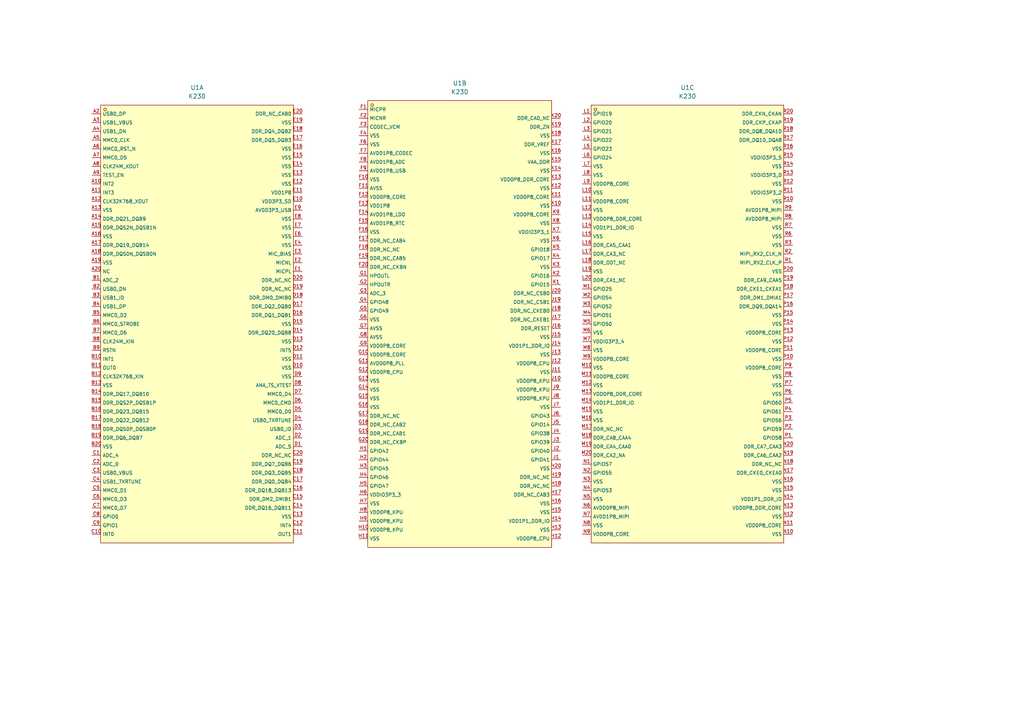
<source format=kicad_sch>
(kicad_sch (version 20250114) (generator "eeschema") (generator_version "9.0")
  (paper "A4")
  (lib_symbols
    (symbol "LCSC:K230"
      (property "Reference" "U" (at 0 1.27 0))
      (property "Value" "K230" (at 0 -2.54 0))
      (symbol "K230_1_1"
        (rectangle (start -27.9401 63.5001) (end 27.9401 -63.5001) (fill (type background)))
        (circle (center -26.6701 62.2301) (radius 0.381) (fill (type background)))
        (pin unspecified line (at -30.48 60.96 0) (length 2.54) (name "USB0_DP") (number "A2"))
        (pin unspecified line (at -30.48 58.42 0) (length 2.54) (name "USB1_VBUS") (number "A3"))
        (pin unspecified line (at -30.48 55.88 0) (length 2.54) (name "USB1_DN") (number "A4"))
        (pin unspecified line (at -30.48 53.34 0) (length 2.54) (name "MMC0_CLK") (number "A5"))
        (pin unspecified line (at -30.48 50.8 0) (length 2.54) (name "MMC0_RST_N") (number "A6"))
        (pin unspecified line (at -30.48 48.26 0) (length 2.54) (name "MMC0_D5") (number "A7"))
        (pin unspecified line (at -30.48 45.72 0) (length 2.54) (name "CLK24M_XOUT") (number "A8"))
        (pin unspecified line (at -30.48 43.18 0) (length 2.54) (name "TEST_EN") (number "A9"))
        (pin unspecified line (at -30.48 40.64 0) (length 2.54) (name "INT2") (number "A10"))
        (pin unspecified line (at -30.48 38.1 0) (length 2.54) (name "INT3") (number "A11"))
        (pin unspecified line (at -30.48 35.56 0) (length 2.54) (name "CLK32K768_XOUT") (number "A12"))
        (pin unspecified line (at -30.48 33.02 0) (length 2.54) (name "VSS") (number "A13"))
        (pin unspecified line (at -30.48 30.48 0) (length 2.54) (name "DDR_DQ21_DQB9") (number "A14"))
        (pin unspecified line (at -30.48 27.94 0) (length 2.54) (name "DDR_DQS2N_DQSB1N") (number "A15"))
        (pin unspecified line (at -30.48 25.4 0) (length 2.54) (name "VSS") (number "A16"))
        (pin unspecified line (at -30.48 22.86 0) (length 2.54) (name "DDR_DQ19_DQB14") (number "A17"))
        (pin unspecified line (at -30.48 20.32 0) (length 2.54) (name "DDR_DQS0N_DQSB0N") (number "A18"))
        (pin unspecified line (at -30.48 17.78 0) (length 2.54) (name "VSS") (number "A19"))
        (pin unspecified line (at -30.48 15.24 0) (length 2.54) (name "NC") (number "A20"))
        (pin unspecified line (at -30.48 12.7 0) (length 2.54) (name "ADC_2") (number "B1"))
        (pin unspecified line (at -30.48 10.16 0) (length 2.54) (name "USB0_DN") (number "B2"))
        (pin unspecified line (at -30.48 7.62 0) (length 2.54) (name "USB1_ID") (number "B3"))
        (pin unspecified line (at -30.48 5.08 0) (length 2.54) (name "USB1_DP") (number "B4"))
        (pin unspecified line (at -30.48 2.54 0) (length 2.54) (name "MMC0_D2") (number "B5"))
        (pin unspecified line (at -30.48 0 0) (length 2.54) (name "MMC0_STROBE") (number "B6"))
        (pin unspecified line (at -30.48 -2.54 0) (length 2.54) (name "MMC0_D6") (number "B7"))
        (pin unspecified line (at -30.48 -5.08 0) (length 2.54) (name "CLK24M_XIN") (number "B8"))
        (pin unspecified line (at -30.48 -7.62 0) (length 2.54) (name "RSTN") (number "B9"))
        (pin unspecified line (at -30.48 -10.16 0) (length 2.54) (name "INT1") (number "B10"))
        (pin unspecified line (at -30.48 -12.7 0) (length 2.54) (name "OUT0") (number "B11"))
        (pin unspecified line (at -30.48 -15.24 0) (length 2.54) (name "CLK32K768_XIN") (number "B12"))
        (pin unspecified line (at -30.48 -17.78 0) (length 2.54) (name "VSS") (number "B13"))
        (pin unspecified line (at -30.48 -20.32 0) (length 2.54) (name "DDR_DQ17_DQB10") (number "B14"))
        (pin unspecified line (at -30.48 -22.86 0) (length 2.54) (name "DDR_DQS2P_DQSB1P") (number "B15"))
        (pin unspecified line (at -30.48 -25.4 0) (length 2.54) (name "DDR_DQ23_DQB15") (number "B16"))
        (pin unspecified line (at -30.48 -27.94 0) (length 2.54) (name "DDR_DQ22_DQB12") (number "B17"))
        (pin unspecified line (at -30.48 -30.48 0) (length 2.54) (name "DDR_DQS0P_DQSB0P") (number "B18"))
        (pin unspecified line (at -30.48 -33.02 0) (length 2.54) (name "DDR_DQ6_DQB7") (number "B19"))
        (pin unspecified line (at -30.48 -35.56 0) (length 2.54) (name "VSS") (number "B20"))
        (pin unspecified line (at -30.48 -38.1 0) (length 2.54) (name "ADC_4") (number "C1"))
        (pin unspecified line (at -30.48 -40.64 0) (length 2.54) (name "ADC_0") (number "C2"))
        (pin unspecified line (at -30.48 -43.18 0) (length 2.54) (name "USB0_VBUS") (number "C3"))
        (pin unspecified line (at -30.48 -45.72 0) (length 2.54) (name "USB1_TXRTUNE") (number "C4"))
        (pin unspecified line (at -30.48 -48.26 0) (length 2.54) (name "MMC0_D1") (number "C5"))
        (pin unspecified line (at -30.48 -50.8 0) (length 2.54) (name "MMC0_D3") (number "C6"))
        (pin unspecified line (at -30.48 -53.34 0) (length 2.54) (name "MMC0_D7") (number "C7"))
        (pin unspecified line (at -30.48 -55.88 0) (length 2.54) (name "GPIO0") (number "C8"))
        (pin unspecified line (at -30.48 -58.42 0) (length 2.54) (name "GPIO1") (number "C9"))
        (pin unspecified line (at -30.48 -60.96 0) (length 2.54) (name "INT0") (number "C10"))
        (pin unspecified line (at 30.48 60.96 180) (length 2.54) (name "DDR_NC_CAB0") (number "E20"))
        (pin unspecified line (at 30.48 58.42 180) (length 2.54) (name "VSS") (number "E19"))
        (pin unspecified line (at 30.48 55.88 180) (length 2.54) (name "DDR_DQ4_DQB2") (number "E18"))
        (pin unspecified line (at 30.48 53.34 180) (length 2.54) (name "DDR_DQ5_DQB3") (number "E17"))
        (pin unspecified line (at 30.48 50.8 180) (length 2.54) (name "VSS") (number "E16"))
        (pin unspecified line (at 30.48 48.26 180) (length 2.54) (name "VSS") (number "E15"))
        (pin unspecified line (at 30.48 45.72 180) (length 2.54) (name "VSS") (number "E14"))
        (pin unspecified line (at 30.48 43.18 180) (length 2.54) (name "VSS") (number "E13"))
        (pin unspecified line (at 30.48 40.64 180) (length 2.54) (name "VSS") (number "E12"))
        (pin unspecified line (at 30.48 38.1 180) (length 2.54) (name "VDD1P8") (number "E11"))
        (pin unspecified line (at 30.48 35.56 180) (length 2.54) (name "VDD3P3_SD") (number "E10"))
        (pin unspecified line (at 30.48 33.02 180) (length 2.54) (name "AVDD3P3_USB") (number "E9"))
        (pin unspecified line (at 30.48 30.48 180) (length 2.54) (name "VSS") (number "E8"))
        (pin unspecified line (at 30.48 27.94 180) (length 2.54) (name "VSS") (number "E7"))
        (pin unspecified line (at 30.48 25.4 180) (length 2.54) (name "VSS") (number "E6"))
        (pin unspecified line (at 30.48 22.86 180) (length 2.54) (name "VSS") (number "E4"))
        (pin unspecified line (at 30.48 20.32 180) (length 2.54) (name "MIC_BIAS") (number "E3"))
        (pin unspecified line (at 30.48 17.78 180) (length 2.54) (name "MICNL") (number "E2"))
        (pin unspecified line (at 30.48 15.24 180) (length 2.54) (name "MICPL") (number "E1"))
        (pin unspecified line (at 30.48 12.7 180) (length 2.54) (name "DDR_NC_NC") (number "D20"))
        (pin unspecified line (at 30.48 10.16 180) (length 2.54) (name "DDR_NC_NC") (number "D19"))
        (pin unspecified line (at 30.48 7.62 180) (length 2.54) (name "DDR_DM0_DMIB0") (number "D18"))
        (pin unspecified line (at 30.48 5.08 180) (length 2.54) (name "DDR_DQ2_DQB0") (number "D17"))
        (pin unspecified line (at 30.48 2.54 180) (length 2.54) (name "DDR_DQ1_DQB1") (number "D16"))
        (pin unspecified line (at 30.48 0 180) (length 2.54) (name "VSS") (number "D15"))
        (pin unspecified line (at 30.48 -2.54 180) (length 2.54) (name "DDR_DQ20_DQB8") (number "D14"))
        (pin unspecified line (at 30.48 -5.08 180) (length 2.54) (name "VSS") (number "D13"))
        (pin unspecified line (at 30.48 -7.62 180) (length 2.54) (name "INT5") (number "D12"))
        (pin unspecified line (at 30.48 -10.16 180) (length 2.54) (name "VSS") (number "D11"))
        (pin unspecified line (at 30.48 -12.7 180) (length 2.54) (name "VSS") (number "D10"))
        (pin unspecified line (at 30.48 -15.24 180) (length 2.54) (name "VSS") (number "D9"))
        (pin unspecified line (at 30.48 -17.78 180) (length 2.54) (name "ANA_TS_VTEST") (number "D8"))
        (pin unspecified line (at 30.48 -20.32 180) (length 2.54) (name "MMC0_D4") (number "D7"))
        (pin unspecified line (at 30.48 -22.86 180) (length 2.54) (name "MMC0_CMD") (number "D6"))
        (pin unspecified line (at 30.48 -25.4 180) (length 2.54) (name "MMC0_D0") (number "D5"))
        (pin unspecified line (at 30.48 -27.94 180) (length 2.54) (name "USB0_TXRTUNE") (number "D4"))
        (pin unspecified line (at 30.48 -30.48 180) (length 2.54) (name "USB0_ID") (number "D3"))
        (pin unspecified line (at 30.48 -33.02 180) (length 2.54) (name "ADC_1") (number "D2"))
        (pin unspecified line (at 30.48 -35.56 180) (length 2.54) (name "ADC_5") (number "D1"))
        (pin unspecified line (at 30.48 -38.1 180) (length 2.54) (name "DDR_NC_NC") (number "C20"))
        (pin unspecified line (at 30.48 -40.64 180) (length 2.54) (name "DDR_DQ7_DQB6") (number "C19"))
        (pin unspecified line (at 30.48 -43.18 180) (length 2.54) (name "DDR_DQ3_DQB5") (number "C18"))
        (pin unspecified line (at 30.48 -45.72 180) (length 2.54) (name "DDR_DQ0_DQB4") (number "C17"))
        (pin unspecified line (at 30.48 -48.26 180) (length 2.54) (name "DDR_DQ18_DQB13") (number "C16"))
        (pin unspecified line (at 30.48 -50.8 180) (length 2.54) (name "DDR_DM2_DMIB1") (number "C15"))
        (pin unspecified line (at 30.48 -53.34 180) (length 2.54) (name "DDR_DQ16_DQB11") (number "C14"))
        (pin unspecified line (at 30.48 -55.88 180) (length 2.54) (name "VSS") (number "C13"))
        (pin unspecified line (at 30.48 -58.42 180) (length 2.54) (name "INT4") (number "C12"))
        (pin unspecified line (at 30.48 -60.96 180) (length 2.54) (name "OUT1") (number "C11"))
      )
      (symbol "K230_2_1"
        (rectangle (start -26.6701 64.7701) (end 26.6701 -64.7701) (fill (type background)))
        (circle (center -25.4001 63.5001) (radius 0.381) (fill (type background)))
        (pin unspecified line (at -29.21 62.23 0) (length 2.54) (name "MICPR") (number "F1"))
        (pin unspecified line (at -29.21 59.69 0) (length 2.54) (name "MICNR") (number "F2"))
        (pin unspecified line (at -29.21 57.15 0) (length 2.54) (name "CODEC_VCM") (number "F3"))
        (pin unspecified line (at -29.21 54.61 0) (length 2.54) (name "VSS") (number "F4"))
        (pin unspecified line (at -29.21 52.07 0) (length 2.54) (name "VSS") (number "F6"))
        (pin unspecified line (at -29.21 49.53 0) (length 2.54) (name "AVDD1P8_CODEC") (number "F7"))
        (pin unspecified line (at -29.21 46.99 0) (length 2.54) (name "AVDD1P8_ADC") (number "F8"))
        (pin unspecified line (at -29.21 44.45 0) (length 2.54) (name "AVDD1P8_USB") (number "F9"))
        (pin unspecified line (at -29.21 41.91 0) (length 2.54) (name "VSS") (number "F10"))
        (pin unspecified line (at -29.21 39.37 0) (length 2.54) (name "AVSS") (number "F11"))
        (pin unspecified line (at -29.21 36.83 0) (length 2.54) (name "VDD0P8_CORE") (number "F12"))
        (pin unspecified line (at -29.21 34.29 0) (length 2.54) (name "VDD1P8") (number "F13"))
        (pin unspecified line (at -29.21 31.75 0) (length 2.54) (name "AVDD1P8_LDO") (number "F14"))
        (pin unspecified line (at -29.21 29.21 0) (length 2.54) (name "AVDD1P8_RTC") (number "F15"))
        (pin unspecified line (at -29.21 26.67 0) (length 2.54) (name "VSS") (number "F16"))
        (pin unspecified line (at -29.21 24.13 0) (length 2.54) (name "DDR_NC_CAB4") (number "F17"))
        (pin unspecified line (at -29.21 21.59 0) (length 2.54) (name "DDR_NC_NC") (number "F18"))
        (pin unspecified line (at -29.21 19.05 0) (length 2.54) (name "DDR_NC_CAB5") (number "F19"))
        (pin unspecified line (at -29.21 16.51 0) (length 2.54) (name "DDR_NC_CKBN") (number "F20"))
        (pin unspecified line (at -29.21 13.97 0) (length 2.54) (name "HPOUTL") (number "G1"))
        (pin unspecified line (at -29.21 11.43 0) (length 2.54) (name "HPOUTR") (number "G2"))
        (pin unspecified line (at -29.21 8.89 0) (length 2.54) (name "ADC_3") (number "G3"))
        (pin unspecified line (at -29.21 6.35 0) (length 2.54) (name "GPIO48") (number "G4"))
        (pin unspecified line (at -29.21 3.81 0) (length 2.54) (name "GPIO49") (number "G5"))
        (pin unspecified line (at -29.21 1.27 0) (length 2.54) (name "VSS") (number "G6"))
        (pin unspecified line (at -29.21 -1.27 0) (length 2.54) (name "AVSS") (number "G7"))
        (pin unspecified line (at -29.21 -3.81 0) (length 2.54) (name "AVSS") (number "G8"))
        (pin unspecified line (at -29.21 -6.35 0) (length 2.54) (name "VDD0P8_CORE") (number "G9"))
        (pin unspecified line (at -29.21 -8.89 0) (length 2.54) (name "VDD0P8_CORE") (number "G10"))
        (pin unspecified line (at -29.21 -11.43 0) (length 2.54) (name "AVDD0P8_PLL") (number "G11"))
        (pin unspecified line (at -29.21 -13.97 0) (length 2.54) (name "VDD0P8_CPU") (number "G12"))
        (pin unspecified line (at -29.21 -16.51 0) (length 2.54) (name "VSS") (number "G13"))
        (pin unspecified line (at -29.21 -19.05 0) (length 2.54) (name "VSS") (number "G14"))
        (pin unspecified line (at -29.21 -21.59 0) (length 2.54) (name "VSS") (number "G15"))
        (pin unspecified line (at -29.21 -24.13 0) (length 2.54) (name "VSS") (number "G16"))
        (pin unspecified line (at -29.21 -26.67 0) (length 2.54) (name "DDR_NC_NC") (number "G17"))
        (pin unspecified line (at -29.21 -29.21 0) (length 2.54) (name "DDR_NC_CAB2") (number "G18"))
        (pin unspecified line (at -29.21 -31.75 0) (length 2.54) (name "DDR_NC_CAB1") (number "G19"))
        (pin unspecified line (at -29.21 -34.29 0) (length 2.54) (name "DDR_NC_CKBP") (number "G20"))
        (pin unspecified line (at -29.21 -36.83 0) (length 2.54) (name "GPIO42") (number "H1"))
        (pin unspecified line (at -29.21 -39.37 0) (length 2.54) (name "GPIO44") (number "H2"))
        (pin unspecified line (at -29.21 -41.91 0) (length 2.54) (name "GPIO45") (number "H3"))
        (pin unspecified line (at -29.21 -44.45 0) (length 2.54) (name "GPIO46") (number "H4"))
        (pin unspecified line (at -29.21 -46.99 0) (length 2.54) (name "GPIO47") (number "H5"))
        (pin unspecified line (at -29.21 -49.53 0) (length 2.54) (name "VDDIO3P3_3") (number "H6"))
        (pin unspecified line (at -29.21 -52.07 0) (length 2.54) (name "VSS") (number "H7"))
        (pin unspecified line (at -29.21 -54.61 0) (length 2.54) (name "VDD0P8_KPU") (number "H8"))
        (pin unspecified line (at -29.21 -57.15 0) (length 2.54) (name "VDD0P8_KPU") (number "H9"))
        (pin unspecified line (at -29.21 -59.69 0) (length 2.54) (name "VDD0P8_KPU") (number "H10"))
        (pin unspecified line (at -29.21 -62.23 0) (length 2.54) (name "VSS") (number "H11"))
        (pin unspecified line (at 29.21 59.69 180) (length 2.54) (name "DDR_CA0_NC") (number "K20"))
        (pin unspecified line (at 29.21 57.15 180) (length 2.54) (name "DDR_ZN") (number "K19"))
        (pin unspecified line (at 29.21 54.61 180) (length 2.54) (name "VSS") (number "K18"))
        (pin unspecified line (at 29.21 52.07 180) (length 2.54) (name "DDR_VREF") (number "K17"))
        (pin unspecified line (at 29.21 49.53 180) (length 2.54) (name "VSS") (number "K16"))
        (pin unspecified line (at 29.21 46.99 180) (length 2.54) (name "VAA_DDR") (number "K15"))
        (pin unspecified line (at 29.21 44.45 180) (length 2.54) (name "VSS") (number "K14"))
        (pin unspecified line (at 29.21 41.91 180) (length 2.54) (name "VDD0P8_DDR_CORE") (number "K13"))
        (pin unspecified line (at 29.21 39.37 180) (length 2.54) (name "VSS") (number "K12"))
        (pin unspecified line (at 29.21 36.83 180) (length 2.54) (name "VDD0P8_CORE") (number "K11"))
        (pin unspecified line (at 29.21 34.29 180) (length 2.54) (name "VSS") (number "K10"))
        (pin unspecified line (at 29.21 31.75 180) (length 2.54) (name "VDD0P8_CORE") (number "K9"))
        (pin unspecified line (at 29.21 29.21 180) (length 2.54) (name "VSS") (number "K8"))
        (pin unspecified line (at 29.21 26.67 180) (length 2.54) (name "VDDIO3P3_1") (number "K7"))
        (pin unspecified line (at 29.21 24.13 180) (length 2.54) (name "VSS") (number "K6"))
        (pin unspecified line (at 29.21 21.59 180) (length 2.54) (name "GPIO18") (number "K5"))
        (pin unspecified line (at 29.21 19.05 180) (length 2.54) (name "GPIO17") (number "K4"))
        (pin unspecified line (at 29.21 16.51 180) (length 2.54) (name "VSS") (number "K3"))
        (pin unspecified line (at 29.21 13.97 180) (length 2.54) (name "GPIO16") (number "K2"))
        (pin unspecified line (at 29.21 11.43 180) (length 2.54) (name "GPIO15") (number "K1"))
        (pin unspecified line (at 29.21 8.89 180) (length 2.54) (name "DDR_NC_CSB0") (number "J20"))
        (pin unspecified line (at 29.21 6.35 180) (length 2.54) (name "DDR_NC_CSB1") (number "J19"))
        (pin unspecified line (at 29.21 3.81 180) (length 2.54) (name "DDR_NC_CKEB0") (number "J18"))
        (pin unspecified line (at 29.21 1.27 180) (length 2.54) (name "DDR_NC_CKEB1") (number "J17"))
        (pin unspecified line (at 29.21 -1.27 180) (length 2.54) (name "DDR_RESET") (number "J16"))
        (pin unspecified line (at 29.21 -3.81 180) (length 2.54) (name "VSS") (number "J15"))
        (pin unspecified line (at 29.21 -6.35 180) (length 2.54) (name "VDD1P1_DDR_IO") (number "J14"))
        (pin unspecified line (at 29.21 -8.89 180) (length 2.54) (name "VSS") (number "J13"))
        (pin unspecified line (at 29.21 -11.43 180) (length 2.54) (name "VDD0P8_CPU") (number "J12"))
        (pin unspecified line (at 29.21 -13.97 180) (length 2.54) (name "VSS") (number "J11"))
        (pin unspecified line (at 29.21 -16.51 180) (length 2.54) (name "VDD0P8_KPU") (number "J10"))
        (pin unspecified line (at 29.21 -19.05 180) (length 2.54) (name "VDD0P8_KPU") (number "J9"))
        (pin unspecified line (at 29.21 -21.59 180) (length 2.54) (name "VDD0P8_KPU") (number "J8"))
        (pin unspecified line (at 29.21 -24.13 180) (length 2.54) (name "VSS") (number "J7"))
        (pin unspecified line (at 29.21 -26.67 180) (length 2.54) (name "GPIO43") (number "J6"))
        (pin unspecified line (at 29.21 -29.21 180) (length 2.54) (name "GPIO14") (number "J5"))
        (pin unspecified line (at 29.21 -31.75 180) (length 2.54) (name "GPIO38") (number "J4"))
        (pin unspecified line (at 29.21 -34.29 180) (length 2.54) (name "GPIO39") (number "J3"))
        (pin unspecified line (at 29.21 -36.83 180) (length 2.54) (name "GPIO40") (number "J2"))
        (pin unspecified line (at 29.21 -39.37 180) (length 2.54) (name "GPIO41") (number "J1"))
        (pin unspecified line (at 29.21 -41.91 180) (length 2.54) (name "VSS") (number "H20"))
        (pin unspecified line (at 29.21 -44.45 180) (length 2.54) (name "DDR_NC_NC") (number "H19"))
        (pin unspecified line (at 29.21 -46.99 180) (length 2.54) (name "DDR_NC_NC") (number "H18"))
        (pin unspecified line (at 29.21 -49.53 180) (length 2.54) (name "DDR_NC_CAB3") (number "H17"))
        (pin unspecified line (at 29.21 -52.07 180) (length 2.54) (name "VSS") (number "H16"))
        (pin unspecified line (at 29.21 -54.61 180) (length 2.54) (name "VSS") (number "H15"))
        (pin unspecified line (at 29.21 -57.15 180) (length 2.54) (name "VDD1P1_DDR_IO") (number "H14"))
        (pin unspecified line (at 29.21 -59.69 180) (length 2.54) (name "VSS") (number "H13"))
        (pin unspecified line (at 29.21 -62.23 180) (length 2.54) (name "VDD0P8_CPU") (number "H12"))
      )
      (symbol "K230_3_1"
        (rectangle (start -27.9401 63.5001) (end 27.9401 -63.5001) (fill (type background)))
        (circle (center -26.6701 62.2301) (radius 0.381) (fill (type background)))
        (pin unspecified line (at -30.48 60.96 0) (length 2.54) (name "GPIO19") (number "L1"))
        (pin unspecified line (at -30.48 58.42 0) (length 2.54) (name "GPIO20") (number "L2"))
        (pin unspecified line (at -30.48 55.88 0) (length 2.54) (name "GPIO21") (number "L3"))
        (pin unspecified line (at -30.48 53.34 0) (length 2.54) (name "GPIO22") (number "L4"))
        (pin unspecified line (at -30.48 50.8 0) (length 2.54) (name "GPIO23") (number "L5"))
        (pin unspecified line (at -30.48 48.26 0) (length 2.54) (name "GPIO24") (number "L6"))
        (pin unspecified line (at -30.48 45.72 0) (length 2.54) (name "VSS") (number "L7"))
        (pin unspecified line (at -30.48 43.18 0) (length 2.54) (name "VSS") (number "L8"))
        (pin unspecified line (at -30.48 40.64 0) (length 2.54) (name "VDD0P8_CORE") (number "L9"))
        (pin unspecified line (at -30.48 38.1 0) (length 2.54) (name "VSS") (number "L10"))
        (pin unspecified line (at -30.48 35.56 0) (length 2.54) (name "VDD0P8_CORE") (number "L11"))
        (pin unspecified line (at -30.48 33.02 0) (length 2.54) (name "VSS") (number "L12"))
        (pin unspecified line (at -30.48 30.48 0) (length 2.54) (name "VDD0P8_DDR_CORE") (number "L13"))
        (pin unspecified line (at -30.48 27.94 0) (length 2.54) (name "VDD1P1_DDR_IO") (number "L14"))
        (pin unspecified line (at -30.48 25.4 0) (length 2.54) (name "VSS") (number "L15"))
        (pin unspecified line (at -30.48 22.86 0) (length 2.54) (name "DDR_CA5_CAA1") (number "L16"))
        (pin unspecified line (at -30.48 20.32 0) (length 2.54) (name "DDR_CA3_NC") (number "L17"))
        (pin unspecified line (at -30.48 17.78 0) (length 2.54) (name "DDR_ODT_NC") (number "L18"))
        (pin unspecified line (at -30.48 15.24 0) (length 2.54) (name "VSS") (number "L19"))
        (pin unspecified line (at -30.48 12.7 0) (length 2.54) (name "DDR_CA1_NC") (number "L20"))
        (pin unspecified line (at -30.48 10.16 0) (length 2.54) (name "GPIO25") (number "M1"))
        (pin unspecified line (at -30.48 7.62 0) (length 2.54) (name "GPIO54") (number "M2"))
        (pin unspecified line (at -30.48 5.08 0) (length 2.54) (name "GPIO52") (number "M3"))
        (pin unspecified line (at -30.48 2.54 0) (length 2.54) (name "GPIO51") (number "M4"))
        (pin unspecified line (at -30.48 0 0) (length 2.54) (name "GPIO50") (number "M5"))
        (pin unspecified line (at -30.48 -2.54 0) (length 2.54) (name "VSS") (number "M6"))
        (pin unspecified line (at -30.48 -5.08 0) (length 2.54) (name "VDDIO3P3_4") (number "M7"))
        (pin unspecified line (at -30.48 -7.62 0) (length 2.54) (name "VSS") (number "M8"))
        (pin unspecified line (at -30.48 -10.16 0) (length 2.54) (name "VDD0P8_CORE") (number "M9"))
        (pin unspecified line (at -30.48 -12.7 0) (length 2.54) (name "VSS") (number "M10"))
        (pin unspecified line (at -30.48 -15.24 0) (length 2.54) (name "VDD0P8_CORE") (number "M11"))
        (pin unspecified line (at -30.48 -17.78 0) (length 2.54) (name "VSS") (number "M12"))
        (pin unspecified line (at -30.48 -20.32 0) (length 2.54) (name "VDD0P8_DDR_CORE") (number "M13"))
        (pin unspecified line (at -30.48 -22.86 0) (length 2.54) (name "VDD1P1_DDR_IO") (number "M14"))
        (pin unspecified line (at -30.48 -25.4 0) (length 2.54) (name "VSS") (number "M15"))
        (pin unspecified line (at -30.48 -27.94 0) (length 2.54) (name "VSS") (number "M16"))
        (pin unspecified line (at -30.48 -30.48 0) (length 2.54) (name "DDR_NC_NC") (number "M17"))
        (pin unspecified line (at -30.48 -33.02 0) (length 2.54) (name "DDR_CA8_CAA4") (number "M18"))
        (pin unspecified line (at -30.48 -35.56 0) (length 2.54) (name "DDR_CA4_CAA0") (number "M19"))
        (pin unspecified line (at -30.48 -38.1 0) (length 2.54) (name "DDR_CA2_NA") (number "M20"))
        (pin unspecified line (at -30.48 -40.64 0) (length 2.54) (name "GPIO57") (number "N1"))
        (pin unspecified line (at -30.48 -43.18 0) (length 2.54) (name "GPIO55") (number "N2"))
        (pin unspecified line (at -30.48 -45.72 0) (length 2.54) (name "VSS") (number "N3"))
        (pin unspecified line (at -30.48 -48.26 0) (length 2.54) (name "GPIO53") (number "N4"))
        (pin unspecified line (at -30.48 -50.8 0) (length 2.54) (name "VSS") (number "N5"))
        (pin unspecified line (at -30.48 -53.34 0) (length 2.54) (name "AVDD0P8_MIPI") (number "N6"))
        (pin unspecified line (at -30.48 -55.88 0) (length 2.54) (name "AVDD1P8_MIPI") (number "N7"))
        (pin unspecified line (at -30.48 -58.42 0) (length 2.54) (name "VSS") (number "N8"))
        (pin unspecified line (at -30.48 -60.96 0) (length 2.54) (name "VDD0P8_CORE") (number "N9"))
        (pin unspecified line (at 30.48 60.96 180) (length 2.54) (name "DDR_CKN_CKAN") (number "R20"))
        (pin unspecified line (at 30.48 58.42 180) (length 2.54) (name "DDR_CKP_CKAP") (number "R19"))
        (pin unspecified line (at 30.48 55.88 180) (length 2.54) (name "DDR_DQ8_DQA10") (number "R18"))
        (pin unspecified line (at 30.48 53.34 180) (length 2.54) (name "DDR_DQ10_DQA8") (number "R17"))
        (pin unspecified line (at 30.48 50.8 180) (length 2.54) (name "VSS") (number "R16"))
        (pin unspecified line (at 30.48 48.26 180) (length 2.54) (name "VDDIO3P3_5") (number "R15"))
        (pin unspecified line (at 30.48 45.72 180) (length 2.54) (name "VSS") (number "R14"))
        (pin unspecified line (at 30.48 43.18 180) (length 2.54) (name "VDDIO3P3_0") (number "R13"))
        (pin unspecified line (at 30.48 40.64 180) (length 2.54) (name "VSS") (number "R12"))
        (pin unspecified line (at 30.48 38.1 180) (length 2.54) (name "VDDIO3P3_2") (number "R11"))
        (pin unspecified line (at 30.48 35.56 180) (length 2.54) (name "VSS") (number "R10"))
        (pin unspecified line (at 30.48 33.02 180) (length 2.54) (name "AVDD1P8_MIPI") (number "R9"))
        (pin unspecified line (at 30.48 30.48 180) (length 2.54) (name "AVDD0P8_MIPI") (number "R8"))
        (pin unspecified line (at 30.48 27.94 180) (length 2.54) (name "VSS") (number "R7"))
        (pin unspecified line (at 30.48 25.4 180) (length 2.54) (name "VSS") (number "R6"))
        (pin unspecified line (at 30.48 22.86 180) (length 2.54) (name "VSS") (number "R3"))
        (pin unspecified line (at 30.48 20.32 180) (length 2.54) (name "MIPI_RX2_CLK_N") (number "R2"))
        (pin unspecified line (at 30.48 17.78 180) (length 2.54) (name "MIPI_RX2_CLK_P") (number "R1"))
        (pin unspecified line (at 30.48 15.24 180) (length 2.54) (name "VSS") (number "P20"))
        (pin unspecified line (at 30.48 12.7 180) (length 2.54) (name "DDR_CA9_CAA5") (number "P19"))
        (pin unspecified line (at 30.48 10.16 180) (length 2.54) (name "DDR_CKE1_CKEA1") (number "P18"))
        (pin unspecified line (at 30.48 7.62 180) (length 2.54) (name "DDR_DM1_DMIA1") (number "P17"))
        (pin unspecified line (at 30.48 5.08 180) (length 2.54) (name "DDR_DQ9_DQA14") (number "P16"))
        (pin unspecified line (at 30.48 2.54 180) (length 2.54) (name "VSS") (number "P15"))
        (pin unspecified line (at 30.48 0 180) (length 2.54) (name "VSS") (number "P14"))
        (pin unspecified line (at 30.48 -2.54 180) (length 2.54) (name "VDD0P8_CORE") (number "P13"))
        (pin unspecified line (at 30.48 -5.08 180) (length 2.54) (name "VSS") (number "P12"))
        (pin unspecified line (at 30.48 -7.62 180) (length 2.54) (name "VDD0P8_CORE") (number "P11"))
        (pin unspecified line (at 30.48 -10.16 180) (length 2.54) (name "VSS") (number "P10"))
        (pin unspecified line (at 30.48 -12.7 180) (length 2.54) (name "VDD0P8_CORE") (number "P9"))
        (pin unspecified line (at 30.48 -15.24 180) (length 2.54) (name "VSS") (number "P8"))
        (pin unspecified line (at 30.48 -17.78 180) (length 2.54) (name "VSS") (number "P7"))
        (pin unspecified line (at 30.48 -20.32 180) (length 2.54) (name "VSS") (number "P6"))
        (pin unspecified line (at 30.48 -22.86 180) (length 2.54) (name "GPIO60") (number "P5"))
        (pin unspecified line (at 30.48 -25.4 180) (length 2.54) (name "GPIO61") (number "P4"))
        (pin unspecified line (at 30.48 -27.94 180) (length 2.54) (name "GPIO56") (number "P3"))
        (pin unspecified line (at 30.48 -30.48 180) (length 2.54) (name "GPIO59") (number "P2"))
        (pin unspecified line (at 30.48 -33.02 180) (length 2.54) (name "GPIO58") (number "P1"))
        (pin unspecified line (at 30.48 -35.56 180) (length 2.54) (name "DDR_CA7_CAA3") (number "N20"))
        (pin unspecified line (at 30.48 -38.1 180) (length 2.54) (name "DDR_CA6_CAA2") (number "N19"))
        (pin unspecified line (at 30.48 -40.64 180) (length 2.54) (name "DDR_NC_NC") (number "N18"))
        (pin unspecified line (at 30.48 -43.18 180) (length 2.54) (name "DDR_CKE0_CKEA0") (number "N17"))
        (pin unspecified line (at 30.48 -45.72 180) (length 2.54) (name "VSS") (number "N16"))
        (pin unspecified line (at 30.48 -48.26 180) (length 2.54) (name "VSS") (number "N15"))
        (pin unspecified line (at 30.48 -50.8 180) (length 2.54) (name "VDD1P1_DDR_IO") (number "N14"))
        (pin unspecified line (at 30.48 -53.34 180) (length 2.54) (name "VDD0P8_DDR_CORE") (number "N13"))
        (pin unspecified line (at 30.48 -55.88 180) (length 2.54) (name "VSS") (number "N12"))
        (pin unspecified line (at 30.48 -58.42 180) (length 2.54) (name "VDD0P8_CORE") (number "N11"))
        (pin unspecified line (at 30.48 -60.96 180) (length 2.54) (name "VSS") (number "N10"))
      )
      (symbol "K230_4_1"
        (rectangle (start -27.9401 62.2301) (end 27.9401 -62.2301) (fill (type background)))
        (circle (center -26.6701 60.9601) (radius 0.381) (fill (type background)))
        (pin unspecified line (at -30.48 59.69 0) (length 2.54) (name "MIPI_RX2_D4_N") (number "T1"))
        (pin unspecified line (at -30.48 57.15 0) (length 2.54) (name "MIPI_RX2_D4_P") (number "T2"))
        (pin unspecified line (at -30.48 54.61 0) (length 2.54) (name "VSS") (number "T3"))
        (pin unspecified line (at -30.48 52.07 0) (length 2.54) (name "VSS") (number "T7"))
        (pin unspecified line (at -30.48 49.53 0) (length 2.54) (name "VSS") (number "T8"))
        (pin unspecified line (at -30.48 46.99 0) (length 2.54) (name "VSS") (number "T9"))
        (pin unspecified line (at -30.48 44.45 0) (length 2.54) (name "GPIO36") (number "T10"))
        (pin unspecified line (at -30.48 41.91 0) (length 2.54) (name "GPIO33") (number "T11"))
        (pin unspecified line (at -30.48 39.37 0) (length 2.54) (name "GPIO13") (number "T12"))
        (pin unspecified line (at -30.48 36.83 0) (length 2.54) (name "GPIO9") (number "T13"))
        (pin unspecified line (at -30.48 34.29 0) (length 2.54) (name "GPIO62") (number "T14"))
        (pin unspecified line (at -30.48 31.75 0) (length 2.54) (name "VSS") (number "T15"))
        (pin unspecified line (at -30.48 29.21 0) (length 2.54) (name "DDR_DQ30_DQA1") (number "T16"))
        (pin unspecified line (at -30.48 26.67 0) (length 2.54) (name "DDR_DQ15_DQA15") (number "T17"))
        (pin unspecified line (at -30.48 24.13 0) (length 2.54) (name "DDR_DQ12_DQA9") (number "T18"))
        (pin unspecified line (at -30.48 21.59 0) (length 2.54) (name "DDR_CS1_CSA1") (number "T19"))
        (pin unspecified line (at -30.48 19.05 0) (length 2.54) (name "DDR_CS0_CSA0") (number "T20"))
        (pin unspecified line (at -30.48 16.51 0) (length 2.54) (name "MIPI_RX2_D5_P") (number "U1"))
        (pin unspecified line (at -30.48 13.97 0) (length 2.54) (name "MIPI_RX2_D5_N") (number "U2"))
        (pin unspecified line (at -30.48 11.43 0) (length 2.54) (name "VSS") (number "U3"))
        (pin unspecified line (at -30.48 8.89 0) (length 2.54) (name "MIPI_ATB") (number "U6"))
        (pin unspecified line (at -30.48 6.35 0) (length 2.54) (name "MIPI_REXT") (number "U7"))
        (pin unspecified line (at -30.48 3.81 0) (length 2.54) (name "VSS") (number "U8"))
        (pin unspecified line (at -30.48 1.27 0) (length 2.54) (name "GPIO34") (number "U9"))
        (pin unspecified line (at -30.48 -1.27 0) (length 2.54) (name "GPIO32") (number "U10"))
        (pin unspecified line (at -30.48 -3.81 0) (length 2.54) (name "GPIO26") (number "U11"))
        (pin unspecified line (at -30.48 -6.35 0) (length 2.54) (name "GPIO8") (number "U12"))
        (pin unspecified line (at -30.48 -8.89 0) (length 2.54) (name "GPIO10") (number "U13"))
        (pin unspecified line (at -30.48 -11.43 0) (length 2.54) (name "GPIO5") (number "U14"))
        (pin unspecified line (at -30.48 -13.97 0) (length 2.54) (name "GPIO63") (number "U15"))
        (pin unspecified line (at -30.48 -16.51 0) (length 2.54) (name "DDR_DQ31_DQA0") (number "U16"))
        (pin unspecified line (at -30.48 -19.05 0) (length 2.54) (name "DDR_DQ29_DQA7") (number "U17"))
        (pin unspecified line (at -30.48 -21.59 0) (length 2.54) (name "DDR_DQ14_DQA13") (number "U18"))
        (pin unspecified line (at -30.48 -24.13 0) (length 2.54) (name "VSS") (number "U19"))
        (pin unspecified line (at -30.48 -26.67 0) (length 2.54) (name "DDR_DQ13_DQA11") (number "U20"))
        (pin unspecified line (at -30.48 -29.21 0) (length 2.54) (name "MIPI_RX0_D1_N") (number "V1"))
        (pin unspecified line (at -30.48 -31.75 0) (length 2.54) (name "MIPI_RX0_D1_P") (number "V2"))
        (pin unspecified line (at -30.48 -34.29 0) (length 2.54) (name "VSS") (number "V3"))
        (pin unspecified line (at -30.48 -36.83 0) (length 2.54) (name "VSS") (number "V4"))
        (pin unspecified line (at -30.48 -39.37 0) (length 2.54) (name "VSS") (number "V5"))
        (pin unspecified line (at -30.48 -41.91 0) (length 2.54) (name "VSS") (number "V6"))
        (pin unspecified line (at -30.48 -44.45 0) (length 2.54) (name "VSS") (number "V7"))
        (pin unspecified line (at -30.48 -46.99 0) (length 2.54) (name "VSS") (number "V8"))
        (pin unspecified line (at -30.48 -49.53 0) (length 2.54) (name "GPIO31") (number "V9"))
        (pin unspecified line (at -30.48 -52.07 0) (length 2.54) (name "GPIO30") (number "V10"))
        (pin unspecified line (at -30.48 -54.61 0) (length 2.54) (name "GPIO29") (number "V11"))
        (pin unspecified line (at -30.48 -57.15 0) (length 2.54) (name "GPIO28") (number "V12"))
        (pin unspecified line (at -30.48 -59.69 0) (length 2.54) (name "GPIO12") (number "V13"))
        (pin unspecified line (at 30.48 57.15 180) (length 2.54) (name "NC") (number "Y20"))
        (pin unspecified line (at 30.48 54.61 180) (length 2.54) (name "VSS") (number "Y19"))
        (pin unspecified line (at 30.48 52.07 180) (length 2.54) (name "DDR_DQ28_DQA6") (number "Y18"))
        (pin unspecified line (at 30.48 49.53 180) (length 2.54) (name "DDR_DQS3N_DQSA0N") (number "Y17"))
        (pin unspecified line (at 30.48 46.99 180) (length 2.54) (name "DDR_DQ27_DQA3") (number "Y16"))
        (pin unspecified line (at 30.48 44.45 180) (length 2.54) (name "GPIO4") (number "Y15"))
        (pin unspecified line (at 30.48 41.91 180) (length 2.54) (name "GPIO11") (number "Y14"))
        (pin unspecified line (at 30.48 39.37 180) (length 2.54) (name "VSS") (number "Y13"))
        (pin unspecified line (at 30.48 36.83 180) (length 2.54) (name "GPIO37") (number "Y12"))
        (pin unspecified line (at 30.48 34.29 180) (length 2.54) (name "MIPI_TX0_D1_P") (number "Y11"))
        (pin unspecified line (at 30.48 31.75 180) (length 2.54) (name "MIPI_TX0_D0_N") (number "Y10"))
        (pin unspecified line (at 30.48 29.21 180) (length 2.54) (name "MIPI_TX0_CLK_P") (number "Y9"))
        (pin unspecified line (at 30.48 26.67 180) (length 2.54) (name "MIPI_TX1_D2_N") (number "Y8"))
        (pin unspecified line (at 30.48 24.13 180) (length 2.54) (name "MIPI_TX1_D3_P") (number "Y7"))
        (pin unspecified line (at 30.48 21.59 180) (length 2.54) (name "MIPI_RX1_D3_P") (number "Y6"))
        (pin unspecified line (at 30.48 19.05 180) (length 2.54) (name "MIPI_RX1_CLK_P") (number "Y5"))
        (pin unspecified line (at 30.48 16.51 180) (length 2.54) (name "MIPI_RX1_D2_N") (number "Y4"))
        (pin unspecified line (at 30.48 13.97 180) (length 2.54) (name "MIPI_RX0_D0_P") (number "Y3"))
        (pin unspecified line (at 30.48 11.43 180) (length 2.54) (name "MIPI_RX0_CLK_N") (number "Y2"))
        (pin unspecified line (at 30.48 8.89 180) (length 2.54) (name "NC") (number "Y1"))
        (pin unspecified line (at 30.48 6.35 180) (length 2.54) (name "VSS") (number "W20"))
        (pin unspecified line (at 30.48 3.81 180) (length 2.54) (name "DDR_DQ11_DQA12") (number "W19"))
        (pin unspecified line (at 30.48 1.27 180) (length 2.54) (name "DDR_DQ24_DQA4") (number "W18"))
        (pin unspecified line (at 30.48 -1.27 180) (length 2.54) (name "DDR_DQS3P_DQSA0P") (number "W17"))
        (pin unspecified line (at 30.48 -3.81 180) (length 2.54) (name "VSS") (number "W16"))
        (pin unspecified line (at 30.48 -6.35 180) (length 2.54) (name "GPIO2") (number "W15"))
        (pin unspecified line (at 30.48 -8.89 180) (length 2.54) (name "GPIO7") (number "W14"))
        (pin unspecified line (at 30.48 -11.43 180) (length 2.54) (name "GPIO27") (number "W13"))
        (pin unspecified line (at 30.48 -13.97 180) (length 2.54) (name "GPIO35") (number "W12"))
        (pin unspecified line (at 30.48 -16.51 180) (length 2.54) (name "MIPI_TX0_D1_N") (number "W11"))
        (pin unspecified line (at 30.48 -19.05 180) (length 2.54) (name "MIPI_TX0_D0_P") (number "W10"))
        (pin unspecified line (at 30.48 -21.59 180) (length 2.54) (name "MIPI_TX0_CLK_N") (number "W9"))
        (pin unspecified line (at 30.48 -24.13 180) (length 2.54) (name "MIPI_TX1_D2_P") (number "W8"))
        (pin unspecified line (at 30.48 -26.67 180) (length 2.54) (name "MIPI_TX1_D3_N") (number "W7"))
        (pin unspecified line (at 30.48 -29.21 180) (length 2.54) (name "MIPI_RX1_D3_N") (number "W6"))
        (pin unspecified line (at 30.48 -31.75 180) (length 2.54) (name "MIPI_RX1_CLK_N") (number "W5"))
        (pin unspecified line (at 30.48 -34.29 180) (length 2.54) (name "MIPI_RX1_D2_P") (number "W4"))
        (pin unspecified line (at 30.48 -36.83 180) (length 2.54) (name "MIPI_RX0_D0_N") (number "W3"))
        (pin unspecified line (at 30.48 -39.37 180) (length 2.54) (name "MIPI_RX0_CLK_P") (number "W2"))
        (pin unspecified line (at 30.48 -41.91 180) (length 2.54) (name "VSS") (number "W1"))
        (pin unspecified line (at 30.48 -44.45 180) (length 2.54) (name "DDR_DQS1P_DQSA1P") (number "V20"))
        (pin unspecified line (at 30.48 -46.99 180) (length 2.54) (name "DDR_DQS1N_DQSA1N") (number "V19"))
        (pin unspecified line (at 30.48 -49.53 180) (length 2.54) (name "DDR_DQ25_DQA5") (number "V18"))
        (pin unspecified line (at 30.48 -52.07 180) (length 2.54) (name "DDR_DM3_DMIA0") (number "V17"))
        (pin unspecified line (at 30.48 -54.61 180) (length 2.54) (name "DDR_DQ26_DQA2") (number "V16"))
        (pin unspecified line (at 30.48 -57.15 180) (length 2.54) (name "GPIO3") (number "V15"))
        (pin unspecified line (at 30.48 -59.69 180) (length 2.54) (name "GPIO6") (number "V14"))
      )
    )
  )
  (symbol (lib_id "LCSC:K230") (at 133.35 93.98 0) (unit 2)
    (property "Reference" "U1" (at 133.35 24.13 0))
    (property "Value" "K230" (at 133.35 26.67 0))
    (property "Footprint" "footprints:BGA-390_L13.0-W13.0-P0.65-TL_C9900054646" (effects (hide yes)))
    (property "Datasheet" "https://img.jlc.com/pdf/applyPasteComponent/2023-07-28/443236C/ff66d85831064c6c99f6af001cc66cad/K230_UnSiP_PO-ABGADD0X22-A.pdf" (effects (hide yes)))
    (property "LCSC" "C21264502" (effects (hide yes)))
  )
  (symbol (lib_id "LCSC:K230") (at 199.39 93.98 0) (unit 3)
    (property "Reference" "U1" (at 199.39 25.4 0))
    (property "Value" "K230" (at 199.39 27.94 0))
    (property "Footprint" "footprints:BGA-390_L13.0-W13.0-P0.65-TL_C9900054646" (effects (hide yes)))
    (property "Datasheet" "https://img.jlc.com/pdf/applyPasteComponent/2023-07-28/443236C/ff66d85831064c6c99f6af001cc66cad/K230_UnSiP_PO-ABGADD0X22-A.pdf" (effects (hide yes)))
    (property "LCSC" "C21264502" (effects (hide yes)))
  )
  (symbol (lib_id "LCSC:K230") (at 57.15 93.98 0) (unit 1)
    (property "Reference" "U1" (at 57.15 25.4 0))
    (property "Value" "K230" (at 57.15 27.94 0))
    (property "Footprint" "footprints:BGA-390_L13.0-W13.0-P0.65-TL_C9900054646" (effects (hide yes)))
    (property "Datasheet" "https://img.jlc.com/pdf/applyPasteComponent/2023-07-28/443236C/ff66d85831064c6c99f6af001cc66cad/K230_UnSiP_PO-ABGADD0X22-A.pdf" (effects (hide yes)))
    (property "LCSC" "C21264502" (effects (hide yes)))
  )
)
</source>
